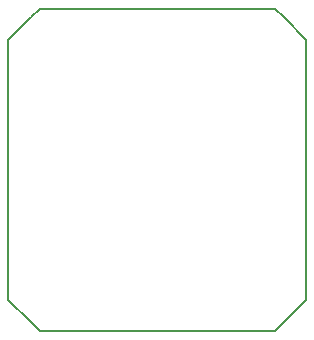
<source format=gm1>
G04 #@! TF.GenerationSoftware,KiCad,Pcbnew,(5.1.5)-3*
G04 #@! TF.CreationDate,2019-12-07T13:31:04+02:00*
G04 #@! TF.ProjectId,template,74656d70-6c61-4746-952e-6b696361645f,A*
G04 #@! TF.SameCoordinates,Original*
G04 #@! TF.FileFunction,Profile,NP*
%FSLAX46Y46*%
G04 Gerber Fmt 4.6, Leading zero omitted, Abs format (unit mm)*
G04 Created by KiCad (PCBNEW (5.1.5)-3) date 2019-12-07 13:31:04*
%MOMM*%
%LPD*%
G04 APERTURE LIST*
%ADD10C,0.150000*%
G04 APERTURE END LIST*
D10*
X151601000Y-108000920D02*
X151601000Y-106200920D01*
X149701000Y-109900920D02*
X151601000Y-108000920D01*
X151601000Y-86000920D02*
X151601000Y-106200920D01*
X149701000Y-84100920D02*
X151601000Y-86000920D01*
X126401000Y-108000920D02*
X126401000Y-86000920D01*
X128301000Y-109900920D02*
X126401000Y-108000920D01*
X128301000Y-84100920D02*
X126401000Y-86000920D01*
X129051000Y-110650920D02*
X128301000Y-109900920D01*
X139001000Y-110650920D02*
X129051000Y-110650920D01*
X148951000Y-110650920D02*
X149701000Y-109900920D01*
X139001000Y-110650920D02*
X148951000Y-110650920D01*
X129051000Y-83350920D02*
X128301000Y-84100920D01*
X148951000Y-83350920D02*
X149701000Y-84100920D01*
X141751000Y-83350920D02*
X148951000Y-83350920D01*
X141751000Y-83350920D02*
X129051000Y-83350920D01*
M02*

</source>
